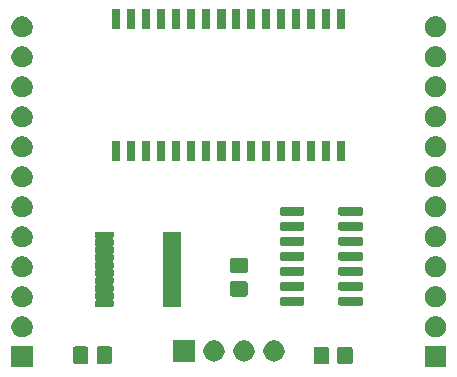
<source format=gbr>
G04 #@! TF.GenerationSoftware,KiCad,Pcbnew,5.1.5+dfsg1-2build2*
G04 #@! TF.CreationDate,2022-07-16T15:57:28-04:00*
G04 #@! TF.ProjectId,coco2_3134_64k_static_ram_board,636f636f-325f-4333-9133-345f36346b5f,rev?*
G04 #@! TF.SameCoordinates,Original*
G04 #@! TF.FileFunction,Soldermask,Bot*
G04 #@! TF.FilePolarity,Negative*
%FSLAX46Y46*%
G04 Gerber Fmt 4.6, Leading zero omitted, Abs format (unit mm)*
G04 Created by KiCad (PCBNEW 5.1.5+dfsg1-2build2) date 2022-07-16 15:57:28*
%MOMM*%
%LPD*%
G04 APERTURE LIST*
%ADD10C,0.100000*%
G04 APERTURE END LIST*
D10*
G36*
X138401000Y-113401000D02*
G01*
X136599000Y-113401000D01*
X136599000Y-111599000D01*
X138401000Y-111599000D01*
X138401000Y-113401000D01*
G37*
G36*
X103401000Y-113401000D02*
G01*
X101599000Y-113401000D01*
X101599000Y-111599000D01*
X103401000Y-111599000D01*
X103401000Y-113401000D01*
G37*
G36*
X128316242Y-111653404D02*
G01*
X128353337Y-111664657D01*
X128387515Y-111682925D01*
X128417481Y-111707519D01*
X128442075Y-111737485D01*
X128460343Y-111771663D01*
X128471596Y-111808758D01*
X128476000Y-111853474D01*
X128476000Y-112946526D01*
X128471596Y-112991242D01*
X128460343Y-113028337D01*
X128442075Y-113062515D01*
X128417481Y-113092481D01*
X128387515Y-113117075D01*
X128353337Y-113135343D01*
X128316242Y-113146596D01*
X128271526Y-113151000D01*
X127378474Y-113151000D01*
X127333758Y-113146596D01*
X127296663Y-113135343D01*
X127262485Y-113117075D01*
X127232519Y-113092481D01*
X127207925Y-113062515D01*
X127189657Y-113028337D01*
X127178404Y-112991242D01*
X127174000Y-112946526D01*
X127174000Y-111853474D01*
X127178404Y-111808758D01*
X127189657Y-111771663D01*
X127207925Y-111737485D01*
X127232519Y-111707519D01*
X127262485Y-111682925D01*
X127296663Y-111664657D01*
X127333758Y-111653404D01*
X127378474Y-111649000D01*
X128271526Y-111649000D01*
X128316242Y-111653404D01*
G37*
G36*
X130316242Y-111653404D02*
G01*
X130353337Y-111664657D01*
X130387515Y-111682925D01*
X130417481Y-111707519D01*
X130442075Y-111737485D01*
X130460343Y-111771663D01*
X130471596Y-111808758D01*
X130476000Y-111853474D01*
X130476000Y-112946526D01*
X130471596Y-112991242D01*
X130460343Y-113028337D01*
X130442075Y-113062515D01*
X130417481Y-113092481D01*
X130387515Y-113117075D01*
X130353337Y-113135343D01*
X130316242Y-113146596D01*
X130271526Y-113151000D01*
X129378474Y-113151000D01*
X129333758Y-113146596D01*
X129296663Y-113135343D01*
X129262485Y-113117075D01*
X129232519Y-113092481D01*
X129207925Y-113062515D01*
X129189657Y-113028337D01*
X129178404Y-112991242D01*
X129174000Y-112946526D01*
X129174000Y-111853474D01*
X129178404Y-111808758D01*
X129189657Y-111771663D01*
X129207925Y-111737485D01*
X129232519Y-111707519D01*
X129262485Y-111682925D01*
X129296663Y-111664657D01*
X129333758Y-111653404D01*
X129378474Y-111649000D01*
X130271526Y-111649000D01*
X130316242Y-111653404D01*
G37*
G36*
X107941242Y-111628404D02*
G01*
X107978337Y-111639657D01*
X108012515Y-111657925D01*
X108042481Y-111682519D01*
X108067075Y-111712485D01*
X108085343Y-111746663D01*
X108096596Y-111783758D01*
X108101000Y-111828474D01*
X108101000Y-112921526D01*
X108096596Y-112966242D01*
X108085343Y-113003337D01*
X108067075Y-113037515D01*
X108042481Y-113067481D01*
X108012515Y-113092075D01*
X107978337Y-113110343D01*
X107941242Y-113121596D01*
X107896526Y-113126000D01*
X107003474Y-113126000D01*
X106958758Y-113121596D01*
X106921663Y-113110343D01*
X106887485Y-113092075D01*
X106857519Y-113067481D01*
X106832925Y-113037515D01*
X106814657Y-113003337D01*
X106803404Y-112966242D01*
X106799000Y-112921526D01*
X106799000Y-111828474D01*
X106803404Y-111783758D01*
X106814657Y-111746663D01*
X106832925Y-111712485D01*
X106857519Y-111682519D01*
X106887485Y-111657925D01*
X106921663Y-111639657D01*
X106958758Y-111628404D01*
X107003474Y-111624000D01*
X107896526Y-111624000D01*
X107941242Y-111628404D01*
G37*
G36*
X109941242Y-111628404D02*
G01*
X109978337Y-111639657D01*
X110012515Y-111657925D01*
X110042481Y-111682519D01*
X110067075Y-111712485D01*
X110085343Y-111746663D01*
X110096596Y-111783758D01*
X110101000Y-111828474D01*
X110101000Y-112921526D01*
X110096596Y-112966242D01*
X110085343Y-113003337D01*
X110067075Y-113037515D01*
X110042481Y-113067481D01*
X110012515Y-113092075D01*
X109978337Y-113110343D01*
X109941242Y-113121596D01*
X109896526Y-113126000D01*
X109003474Y-113126000D01*
X108958758Y-113121596D01*
X108921663Y-113110343D01*
X108887485Y-113092075D01*
X108857519Y-113067481D01*
X108832925Y-113037515D01*
X108814657Y-113003337D01*
X108803404Y-112966242D01*
X108799000Y-112921526D01*
X108799000Y-111828474D01*
X108803404Y-111783758D01*
X108814657Y-111746663D01*
X108832925Y-111712485D01*
X108857519Y-111682519D01*
X108887485Y-111657925D01*
X108921663Y-111639657D01*
X108958758Y-111628404D01*
X109003474Y-111624000D01*
X109896526Y-111624000D01*
X109941242Y-111628404D01*
G37*
G36*
X121393512Y-111103927D02*
G01*
X121542812Y-111133624D01*
X121706784Y-111201544D01*
X121854354Y-111300147D01*
X121979853Y-111425646D01*
X122078456Y-111573216D01*
X122146376Y-111737188D01*
X122169506Y-111853474D01*
X122177816Y-111895249D01*
X122181000Y-111911259D01*
X122181000Y-112088741D01*
X122146376Y-112262812D01*
X122078456Y-112426784D01*
X121979853Y-112574354D01*
X121854354Y-112699853D01*
X121706784Y-112798456D01*
X121542812Y-112866376D01*
X121393512Y-112896073D01*
X121368742Y-112901000D01*
X121191258Y-112901000D01*
X121166488Y-112896073D01*
X121017188Y-112866376D01*
X120853216Y-112798456D01*
X120705646Y-112699853D01*
X120580147Y-112574354D01*
X120481544Y-112426784D01*
X120413624Y-112262812D01*
X120379000Y-112088741D01*
X120379000Y-111911259D01*
X120382185Y-111895249D01*
X120390494Y-111853474D01*
X120413624Y-111737188D01*
X120481544Y-111573216D01*
X120580147Y-111425646D01*
X120705646Y-111300147D01*
X120853216Y-111201544D01*
X121017188Y-111133624D01*
X121166488Y-111103927D01*
X121191258Y-111099000D01*
X121368742Y-111099000D01*
X121393512Y-111103927D01*
G37*
G36*
X123933512Y-111103927D02*
G01*
X124082812Y-111133624D01*
X124246784Y-111201544D01*
X124394354Y-111300147D01*
X124519853Y-111425646D01*
X124618456Y-111573216D01*
X124686376Y-111737188D01*
X124709506Y-111853474D01*
X124717816Y-111895249D01*
X124721000Y-111911259D01*
X124721000Y-112088741D01*
X124686376Y-112262812D01*
X124618456Y-112426784D01*
X124519853Y-112574354D01*
X124394354Y-112699853D01*
X124246784Y-112798456D01*
X124082812Y-112866376D01*
X123933512Y-112896073D01*
X123908742Y-112901000D01*
X123731258Y-112901000D01*
X123706488Y-112896073D01*
X123557188Y-112866376D01*
X123393216Y-112798456D01*
X123245646Y-112699853D01*
X123120147Y-112574354D01*
X123021544Y-112426784D01*
X122953624Y-112262812D01*
X122919000Y-112088741D01*
X122919000Y-111911259D01*
X122922185Y-111895249D01*
X122930494Y-111853474D01*
X122953624Y-111737188D01*
X123021544Y-111573216D01*
X123120147Y-111425646D01*
X123245646Y-111300147D01*
X123393216Y-111201544D01*
X123557188Y-111133624D01*
X123706488Y-111103927D01*
X123731258Y-111099000D01*
X123908742Y-111099000D01*
X123933512Y-111103927D01*
G37*
G36*
X118853512Y-111103927D02*
G01*
X119002812Y-111133624D01*
X119166784Y-111201544D01*
X119314354Y-111300147D01*
X119439853Y-111425646D01*
X119538456Y-111573216D01*
X119606376Y-111737188D01*
X119629506Y-111853474D01*
X119637816Y-111895249D01*
X119641000Y-111911259D01*
X119641000Y-112088741D01*
X119606376Y-112262812D01*
X119538456Y-112426784D01*
X119439853Y-112574354D01*
X119314354Y-112699853D01*
X119166784Y-112798456D01*
X119002812Y-112866376D01*
X118853512Y-112896073D01*
X118828742Y-112901000D01*
X118651258Y-112901000D01*
X118626488Y-112896073D01*
X118477188Y-112866376D01*
X118313216Y-112798456D01*
X118165646Y-112699853D01*
X118040147Y-112574354D01*
X117941544Y-112426784D01*
X117873624Y-112262812D01*
X117839000Y-112088741D01*
X117839000Y-111911259D01*
X117842185Y-111895249D01*
X117850494Y-111853474D01*
X117873624Y-111737188D01*
X117941544Y-111573216D01*
X118040147Y-111425646D01*
X118165646Y-111300147D01*
X118313216Y-111201544D01*
X118477188Y-111133624D01*
X118626488Y-111103927D01*
X118651258Y-111099000D01*
X118828742Y-111099000D01*
X118853512Y-111103927D01*
G37*
G36*
X117101000Y-112901000D02*
G01*
X115299000Y-112901000D01*
X115299000Y-111099000D01*
X117101000Y-111099000D01*
X117101000Y-112901000D01*
G37*
G36*
X137613512Y-109063927D02*
G01*
X137762812Y-109093624D01*
X137926784Y-109161544D01*
X138074354Y-109260147D01*
X138199853Y-109385646D01*
X138298456Y-109533216D01*
X138366376Y-109697188D01*
X138401000Y-109871259D01*
X138401000Y-110048741D01*
X138366376Y-110222812D01*
X138298456Y-110386784D01*
X138199853Y-110534354D01*
X138074354Y-110659853D01*
X137926784Y-110758456D01*
X137762812Y-110826376D01*
X137613512Y-110856073D01*
X137588742Y-110861000D01*
X137411258Y-110861000D01*
X137386488Y-110856073D01*
X137237188Y-110826376D01*
X137073216Y-110758456D01*
X136925646Y-110659853D01*
X136800147Y-110534354D01*
X136701544Y-110386784D01*
X136633624Y-110222812D01*
X136599000Y-110048741D01*
X136599000Y-109871259D01*
X136633624Y-109697188D01*
X136701544Y-109533216D01*
X136800147Y-109385646D01*
X136925646Y-109260147D01*
X137073216Y-109161544D01*
X137237188Y-109093624D01*
X137386488Y-109063927D01*
X137411258Y-109059000D01*
X137588742Y-109059000D01*
X137613512Y-109063927D01*
G37*
G36*
X102613512Y-109063927D02*
G01*
X102762812Y-109093624D01*
X102926784Y-109161544D01*
X103074354Y-109260147D01*
X103199853Y-109385646D01*
X103298456Y-109533216D01*
X103366376Y-109697188D01*
X103401000Y-109871259D01*
X103401000Y-110048741D01*
X103366376Y-110222812D01*
X103298456Y-110386784D01*
X103199853Y-110534354D01*
X103074354Y-110659853D01*
X102926784Y-110758456D01*
X102762812Y-110826376D01*
X102613512Y-110856073D01*
X102588742Y-110861000D01*
X102411258Y-110861000D01*
X102386488Y-110856073D01*
X102237188Y-110826376D01*
X102073216Y-110758456D01*
X101925646Y-110659853D01*
X101800147Y-110534354D01*
X101701544Y-110386784D01*
X101633624Y-110222812D01*
X101599000Y-110048741D01*
X101599000Y-109871259D01*
X101633624Y-109697188D01*
X101701544Y-109533216D01*
X101800147Y-109385646D01*
X101925646Y-109260147D01*
X102073216Y-109161544D01*
X102237188Y-109093624D01*
X102386488Y-109063927D01*
X102411258Y-109059000D01*
X102588742Y-109059000D01*
X102613512Y-109063927D01*
G37*
G36*
X102609545Y-106523138D02*
G01*
X102762812Y-106553624D01*
X102926784Y-106621544D01*
X103074354Y-106720147D01*
X103199853Y-106845646D01*
X103298456Y-106993216D01*
X103366376Y-107157188D01*
X103396073Y-107306488D01*
X103401000Y-107331258D01*
X103401000Y-107508742D01*
X103397064Y-107528527D01*
X103366376Y-107682812D01*
X103298456Y-107846784D01*
X103199853Y-107994354D01*
X103074354Y-108119853D01*
X102926784Y-108218456D01*
X102762812Y-108286376D01*
X102613512Y-108316073D01*
X102588742Y-108321000D01*
X102411258Y-108321000D01*
X102386488Y-108316073D01*
X102237188Y-108286376D01*
X102073216Y-108218456D01*
X101925646Y-108119853D01*
X101800147Y-107994354D01*
X101701544Y-107846784D01*
X101633624Y-107682812D01*
X101602936Y-107528527D01*
X101599000Y-107508742D01*
X101599000Y-107331258D01*
X101603927Y-107306488D01*
X101633624Y-107157188D01*
X101701544Y-106993216D01*
X101800147Y-106845646D01*
X101925646Y-106720147D01*
X102073216Y-106621544D01*
X102237188Y-106553624D01*
X102390455Y-106523138D01*
X102411258Y-106519000D01*
X102588742Y-106519000D01*
X102609545Y-106523138D01*
G37*
G36*
X137609545Y-106523138D02*
G01*
X137762812Y-106553624D01*
X137926784Y-106621544D01*
X138074354Y-106720147D01*
X138199853Y-106845646D01*
X138298456Y-106993216D01*
X138366376Y-107157188D01*
X138396073Y-107306488D01*
X138401000Y-107331258D01*
X138401000Y-107508742D01*
X138397064Y-107528527D01*
X138366376Y-107682812D01*
X138298456Y-107846784D01*
X138199853Y-107994354D01*
X138074354Y-108119853D01*
X137926784Y-108218456D01*
X137762812Y-108286376D01*
X137613512Y-108316073D01*
X137588742Y-108321000D01*
X137411258Y-108321000D01*
X137386488Y-108316073D01*
X137237188Y-108286376D01*
X137073216Y-108218456D01*
X136925646Y-108119853D01*
X136800147Y-107994354D01*
X136701544Y-107846784D01*
X136633624Y-107682812D01*
X136602936Y-107528527D01*
X136599000Y-107508742D01*
X136599000Y-107331258D01*
X136603927Y-107306488D01*
X136633624Y-107157188D01*
X136701544Y-106993216D01*
X136800147Y-106845646D01*
X136925646Y-106720147D01*
X137073216Y-106621544D01*
X137237188Y-106553624D01*
X137390455Y-106523138D01*
X137411258Y-106519000D01*
X137588742Y-106519000D01*
X137609545Y-106523138D01*
G37*
G36*
X110192170Y-101905803D02*
G01*
X110203875Y-101909354D01*
X110214665Y-101915121D01*
X110224119Y-101922881D01*
X110231879Y-101932335D01*
X110237646Y-101943125D01*
X110241197Y-101954830D01*
X110243000Y-101973138D01*
X110243000Y-102336862D01*
X110241197Y-102355170D01*
X110237646Y-102366875D01*
X110231879Y-102377665D01*
X110220370Y-102391688D01*
X110211355Y-102400704D01*
X110197741Y-102421078D01*
X110188365Y-102443717D01*
X110183585Y-102467751D01*
X110183585Y-102492255D01*
X110188366Y-102516288D01*
X110197744Y-102538926D01*
X110211358Y-102559301D01*
X110220374Y-102568317D01*
X110231879Y-102582335D01*
X110237646Y-102593125D01*
X110241197Y-102604830D01*
X110243000Y-102623138D01*
X110243000Y-102986862D01*
X110241197Y-103005170D01*
X110237646Y-103016875D01*
X110231879Y-103027665D01*
X110220370Y-103041688D01*
X110211355Y-103050704D01*
X110197741Y-103071078D01*
X110188365Y-103093717D01*
X110183585Y-103117751D01*
X110183585Y-103142255D01*
X110188366Y-103166288D01*
X110197744Y-103188926D01*
X110211358Y-103209301D01*
X110220374Y-103218317D01*
X110231879Y-103232335D01*
X110237646Y-103243125D01*
X110241197Y-103254830D01*
X110243000Y-103273138D01*
X110243000Y-103636862D01*
X110241197Y-103655170D01*
X110237646Y-103666875D01*
X110231879Y-103677665D01*
X110220370Y-103691688D01*
X110211355Y-103700704D01*
X110197741Y-103721078D01*
X110188365Y-103743717D01*
X110183585Y-103767751D01*
X110183585Y-103792255D01*
X110188366Y-103816288D01*
X110197744Y-103838926D01*
X110211358Y-103859301D01*
X110220374Y-103868317D01*
X110231879Y-103882335D01*
X110237646Y-103893125D01*
X110241197Y-103904830D01*
X110243000Y-103923138D01*
X110243000Y-104286862D01*
X110241197Y-104305170D01*
X110237646Y-104316875D01*
X110231879Y-104327665D01*
X110220370Y-104341688D01*
X110211355Y-104350704D01*
X110197741Y-104371078D01*
X110188365Y-104393717D01*
X110183585Y-104417751D01*
X110183585Y-104442255D01*
X110188366Y-104466288D01*
X110197744Y-104488926D01*
X110211358Y-104509301D01*
X110220374Y-104518317D01*
X110231879Y-104532335D01*
X110237646Y-104543125D01*
X110241197Y-104554830D01*
X110243000Y-104573138D01*
X110243000Y-104936862D01*
X110241197Y-104955170D01*
X110237646Y-104966875D01*
X110231879Y-104977665D01*
X110220370Y-104991688D01*
X110211355Y-105000704D01*
X110197741Y-105021078D01*
X110188365Y-105043717D01*
X110183585Y-105067751D01*
X110183585Y-105092255D01*
X110188366Y-105116288D01*
X110197744Y-105138926D01*
X110211358Y-105159301D01*
X110220374Y-105168317D01*
X110231879Y-105182335D01*
X110237646Y-105193125D01*
X110241197Y-105204830D01*
X110243000Y-105223138D01*
X110243000Y-105586862D01*
X110241197Y-105605170D01*
X110237646Y-105616875D01*
X110231879Y-105627665D01*
X110220370Y-105641688D01*
X110211355Y-105650704D01*
X110197741Y-105671078D01*
X110188365Y-105693717D01*
X110183585Y-105717751D01*
X110183585Y-105742255D01*
X110188366Y-105766288D01*
X110197744Y-105788926D01*
X110211358Y-105809301D01*
X110220374Y-105818317D01*
X110231879Y-105832335D01*
X110237646Y-105843125D01*
X110241197Y-105854830D01*
X110243000Y-105873138D01*
X110243000Y-106236862D01*
X110241197Y-106255170D01*
X110237646Y-106266875D01*
X110231879Y-106277665D01*
X110220370Y-106291688D01*
X110211355Y-106300704D01*
X110197741Y-106321078D01*
X110188365Y-106343717D01*
X110183585Y-106367751D01*
X110183585Y-106392255D01*
X110188366Y-106416288D01*
X110197744Y-106438926D01*
X110211358Y-106459301D01*
X110220374Y-106468317D01*
X110231879Y-106482335D01*
X110237646Y-106493125D01*
X110241197Y-106504830D01*
X110243000Y-106523138D01*
X110243000Y-106886862D01*
X110241197Y-106905170D01*
X110237646Y-106916875D01*
X110231879Y-106927665D01*
X110220370Y-106941688D01*
X110211355Y-106950704D01*
X110197741Y-106971078D01*
X110188365Y-106993717D01*
X110183585Y-107017751D01*
X110183585Y-107042255D01*
X110188366Y-107066288D01*
X110197744Y-107088926D01*
X110211358Y-107109301D01*
X110220374Y-107118317D01*
X110231879Y-107132335D01*
X110237646Y-107143125D01*
X110241197Y-107154830D01*
X110243000Y-107173138D01*
X110243000Y-107536862D01*
X110241197Y-107555170D01*
X110237646Y-107566875D01*
X110231879Y-107577665D01*
X110220370Y-107591688D01*
X110211355Y-107600704D01*
X110197741Y-107621078D01*
X110188365Y-107643717D01*
X110183585Y-107667751D01*
X110183585Y-107692255D01*
X110188366Y-107716288D01*
X110197744Y-107738926D01*
X110211358Y-107759301D01*
X110220374Y-107768317D01*
X110231879Y-107782335D01*
X110237646Y-107793125D01*
X110241197Y-107804830D01*
X110243000Y-107823138D01*
X110243000Y-108186862D01*
X110241197Y-108205170D01*
X110237646Y-108216875D01*
X110231879Y-108227665D01*
X110224119Y-108237119D01*
X110214665Y-108244879D01*
X110203875Y-108250646D01*
X110192170Y-108254197D01*
X110173862Y-108256000D01*
X108735138Y-108256000D01*
X108716830Y-108254197D01*
X108705125Y-108250646D01*
X108694335Y-108244879D01*
X108684881Y-108237119D01*
X108677121Y-108227665D01*
X108671354Y-108216875D01*
X108667803Y-108205170D01*
X108666000Y-108186862D01*
X108666000Y-107823138D01*
X108667803Y-107804830D01*
X108671354Y-107793125D01*
X108677121Y-107782335D01*
X108688630Y-107768312D01*
X108697645Y-107759296D01*
X108711259Y-107738922D01*
X108720635Y-107716283D01*
X108725415Y-107692249D01*
X108725415Y-107667745D01*
X108720634Y-107643712D01*
X108711256Y-107621074D01*
X108697642Y-107600699D01*
X108688626Y-107591683D01*
X108677121Y-107577665D01*
X108671354Y-107566875D01*
X108667803Y-107555170D01*
X108666000Y-107536862D01*
X108666000Y-107173138D01*
X108667803Y-107154830D01*
X108671354Y-107143125D01*
X108677121Y-107132335D01*
X108688630Y-107118312D01*
X108697645Y-107109296D01*
X108711259Y-107088922D01*
X108720635Y-107066283D01*
X108725415Y-107042249D01*
X108725415Y-107017745D01*
X108720634Y-106993712D01*
X108711256Y-106971074D01*
X108697642Y-106950699D01*
X108688626Y-106941683D01*
X108677121Y-106927665D01*
X108671354Y-106916875D01*
X108667803Y-106905170D01*
X108666000Y-106886862D01*
X108666000Y-106523138D01*
X108667803Y-106504830D01*
X108671354Y-106493125D01*
X108677121Y-106482335D01*
X108688630Y-106468312D01*
X108697645Y-106459296D01*
X108711259Y-106438922D01*
X108720635Y-106416283D01*
X108725415Y-106392249D01*
X108725415Y-106367745D01*
X108720634Y-106343712D01*
X108711256Y-106321074D01*
X108697642Y-106300699D01*
X108688626Y-106291683D01*
X108677121Y-106277665D01*
X108671354Y-106266875D01*
X108667803Y-106255170D01*
X108666000Y-106236862D01*
X108666000Y-105873138D01*
X108667803Y-105854830D01*
X108671354Y-105843125D01*
X108677121Y-105832335D01*
X108688630Y-105818312D01*
X108697645Y-105809296D01*
X108711259Y-105788922D01*
X108720635Y-105766283D01*
X108725415Y-105742249D01*
X108725415Y-105717745D01*
X108720634Y-105693712D01*
X108711256Y-105671074D01*
X108697642Y-105650699D01*
X108688626Y-105641683D01*
X108677121Y-105627665D01*
X108671354Y-105616875D01*
X108667803Y-105605170D01*
X108666000Y-105586862D01*
X108666000Y-105223138D01*
X108667803Y-105204830D01*
X108671354Y-105193125D01*
X108677121Y-105182335D01*
X108688630Y-105168312D01*
X108697645Y-105159296D01*
X108711259Y-105138922D01*
X108720635Y-105116283D01*
X108725415Y-105092249D01*
X108725415Y-105067745D01*
X108720634Y-105043712D01*
X108711256Y-105021074D01*
X108697642Y-105000699D01*
X108688626Y-104991683D01*
X108677121Y-104977665D01*
X108671354Y-104966875D01*
X108667803Y-104955170D01*
X108666000Y-104936862D01*
X108666000Y-104573138D01*
X108667803Y-104554830D01*
X108671354Y-104543125D01*
X108677121Y-104532335D01*
X108688630Y-104518312D01*
X108697645Y-104509296D01*
X108711259Y-104488922D01*
X108720635Y-104466283D01*
X108725415Y-104442249D01*
X108725415Y-104417745D01*
X108720634Y-104393712D01*
X108711256Y-104371074D01*
X108697642Y-104350699D01*
X108688626Y-104341683D01*
X108677121Y-104327665D01*
X108671354Y-104316875D01*
X108667803Y-104305170D01*
X108666000Y-104286862D01*
X108666000Y-103923138D01*
X108667803Y-103904830D01*
X108671354Y-103893125D01*
X108677121Y-103882335D01*
X108688630Y-103868312D01*
X108697645Y-103859296D01*
X108711259Y-103838922D01*
X108720635Y-103816283D01*
X108725415Y-103792249D01*
X108725415Y-103767745D01*
X108720634Y-103743712D01*
X108711256Y-103721074D01*
X108697642Y-103700699D01*
X108688626Y-103691683D01*
X108677121Y-103677665D01*
X108671354Y-103666875D01*
X108667803Y-103655170D01*
X108666000Y-103636862D01*
X108666000Y-103273138D01*
X108667803Y-103254830D01*
X108671354Y-103243125D01*
X108677121Y-103232335D01*
X108688630Y-103218312D01*
X108697645Y-103209296D01*
X108711259Y-103188922D01*
X108720635Y-103166283D01*
X108725415Y-103142249D01*
X108725415Y-103117745D01*
X108720634Y-103093712D01*
X108711256Y-103071074D01*
X108697642Y-103050699D01*
X108688626Y-103041683D01*
X108677121Y-103027665D01*
X108671354Y-103016875D01*
X108667803Y-103005170D01*
X108666000Y-102986862D01*
X108666000Y-102623138D01*
X108667803Y-102604830D01*
X108671354Y-102593125D01*
X108677121Y-102582335D01*
X108688630Y-102568312D01*
X108697645Y-102559296D01*
X108711259Y-102538922D01*
X108720635Y-102516283D01*
X108725415Y-102492249D01*
X108725415Y-102467745D01*
X108720634Y-102443712D01*
X108711256Y-102421074D01*
X108697642Y-102400699D01*
X108688626Y-102391683D01*
X108677121Y-102377665D01*
X108671354Y-102366875D01*
X108667803Y-102355170D01*
X108666000Y-102336862D01*
X108666000Y-101973138D01*
X108667803Y-101954830D01*
X108671354Y-101943125D01*
X108677121Y-101932335D01*
X108684881Y-101922881D01*
X108694335Y-101915121D01*
X108705125Y-101909354D01*
X108716830Y-101905803D01*
X108735138Y-101904000D01*
X110173862Y-101904000D01*
X110192170Y-101905803D01*
G37*
G36*
X115917170Y-101905803D02*
G01*
X115928875Y-101909354D01*
X115939665Y-101915121D01*
X115949119Y-101922881D01*
X115956879Y-101932335D01*
X115962646Y-101943125D01*
X115966197Y-101954830D01*
X115968000Y-101973138D01*
X115968000Y-102336862D01*
X115966197Y-102355170D01*
X115962646Y-102366875D01*
X115956879Y-102377665D01*
X115945370Y-102391688D01*
X115936355Y-102400704D01*
X115922741Y-102421078D01*
X115913365Y-102443717D01*
X115908585Y-102467751D01*
X115908585Y-102492255D01*
X115913366Y-102516288D01*
X115922744Y-102538926D01*
X115936358Y-102559301D01*
X115945374Y-102568317D01*
X115956879Y-102582335D01*
X115962646Y-102593125D01*
X115966197Y-102604830D01*
X115968000Y-102623138D01*
X115968000Y-102986862D01*
X115966197Y-103005170D01*
X115962646Y-103016875D01*
X115956879Y-103027665D01*
X115945370Y-103041688D01*
X115936355Y-103050704D01*
X115922741Y-103071078D01*
X115913365Y-103093717D01*
X115908585Y-103117751D01*
X115908585Y-103142255D01*
X115913366Y-103166288D01*
X115922744Y-103188926D01*
X115936358Y-103209301D01*
X115945374Y-103218317D01*
X115956879Y-103232335D01*
X115962646Y-103243125D01*
X115966197Y-103254830D01*
X115968000Y-103273138D01*
X115968000Y-103636862D01*
X115966197Y-103655170D01*
X115962646Y-103666875D01*
X115956879Y-103677665D01*
X115945370Y-103691688D01*
X115936355Y-103700704D01*
X115922741Y-103721078D01*
X115913365Y-103743717D01*
X115908585Y-103767751D01*
X115908585Y-103792255D01*
X115913366Y-103816288D01*
X115922744Y-103838926D01*
X115936358Y-103859301D01*
X115945374Y-103868317D01*
X115956879Y-103882335D01*
X115962646Y-103893125D01*
X115966197Y-103904830D01*
X115968000Y-103923138D01*
X115968000Y-104286862D01*
X115966197Y-104305170D01*
X115962646Y-104316875D01*
X115956879Y-104327665D01*
X115945370Y-104341688D01*
X115936355Y-104350704D01*
X115922741Y-104371078D01*
X115913365Y-104393717D01*
X115908585Y-104417751D01*
X115908585Y-104442255D01*
X115913366Y-104466288D01*
X115922744Y-104488926D01*
X115936358Y-104509301D01*
X115945374Y-104518317D01*
X115956879Y-104532335D01*
X115962646Y-104543125D01*
X115966197Y-104554830D01*
X115968000Y-104573138D01*
X115968000Y-104936862D01*
X115966197Y-104955170D01*
X115962646Y-104966875D01*
X115956879Y-104977665D01*
X115945370Y-104991688D01*
X115936355Y-105000704D01*
X115922741Y-105021078D01*
X115913365Y-105043717D01*
X115908585Y-105067751D01*
X115908585Y-105092255D01*
X115913366Y-105116288D01*
X115922744Y-105138926D01*
X115936358Y-105159301D01*
X115945374Y-105168317D01*
X115956879Y-105182335D01*
X115962646Y-105193125D01*
X115966197Y-105204830D01*
X115968000Y-105223138D01*
X115968000Y-105586862D01*
X115966197Y-105605170D01*
X115962646Y-105616875D01*
X115956879Y-105627665D01*
X115945370Y-105641688D01*
X115936355Y-105650704D01*
X115922741Y-105671078D01*
X115913365Y-105693717D01*
X115908585Y-105717751D01*
X115908585Y-105742255D01*
X115913366Y-105766288D01*
X115922744Y-105788926D01*
X115936358Y-105809301D01*
X115945374Y-105818317D01*
X115956879Y-105832335D01*
X115962646Y-105843125D01*
X115966197Y-105854830D01*
X115968000Y-105873138D01*
X115968000Y-106236862D01*
X115966197Y-106255170D01*
X115962646Y-106266875D01*
X115956879Y-106277665D01*
X115945370Y-106291688D01*
X115936355Y-106300704D01*
X115922741Y-106321078D01*
X115913365Y-106343717D01*
X115908585Y-106367751D01*
X115908585Y-106392255D01*
X115913366Y-106416288D01*
X115922744Y-106438926D01*
X115936358Y-106459301D01*
X115945374Y-106468317D01*
X115956879Y-106482335D01*
X115962646Y-106493125D01*
X115966197Y-106504830D01*
X115968000Y-106523138D01*
X115968000Y-106886862D01*
X115966197Y-106905170D01*
X115962646Y-106916875D01*
X115956879Y-106927665D01*
X115945370Y-106941688D01*
X115936355Y-106950704D01*
X115922741Y-106971078D01*
X115913365Y-106993717D01*
X115908585Y-107017751D01*
X115908585Y-107042255D01*
X115913366Y-107066288D01*
X115922744Y-107088926D01*
X115936358Y-107109301D01*
X115945374Y-107118317D01*
X115956879Y-107132335D01*
X115962646Y-107143125D01*
X115966197Y-107154830D01*
X115968000Y-107173138D01*
X115968000Y-107536862D01*
X115966197Y-107555170D01*
X115962646Y-107566875D01*
X115956879Y-107577665D01*
X115945370Y-107591688D01*
X115936355Y-107600704D01*
X115922741Y-107621078D01*
X115913365Y-107643717D01*
X115908585Y-107667751D01*
X115908585Y-107692255D01*
X115913366Y-107716288D01*
X115922744Y-107738926D01*
X115936358Y-107759301D01*
X115945374Y-107768317D01*
X115956879Y-107782335D01*
X115962646Y-107793125D01*
X115966197Y-107804830D01*
X115968000Y-107823138D01*
X115968000Y-108186862D01*
X115966197Y-108205170D01*
X115962646Y-108216875D01*
X115956879Y-108227665D01*
X115949119Y-108237119D01*
X115939665Y-108244879D01*
X115928875Y-108250646D01*
X115917170Y-108254197D01*
X115898862Y-108256000D01*
X114460138Y-108256000D01*
X114441830Y-108254197D01*
X114430125Y-108250646D01*
X114419335Y-108244879D01*
X114409881Y-108237119D01*
X114402121Y-108227665D01*
X114396354Y-108216875D01*
X114392803Y-108205170D01*
X114391000Y-108186862D01*
X114391000Y-107823138D01*
X114392803Y-107804830D01*
X114396354Y-107793125D01*
X114402121Y-107782335D01*
X114413630Y-107768312D01*
X114422645Y-107759296D01*
X114436259Y-107738922D01*
X114445635Y-107716283D01*
X114450415Y-107692249D01*
X114450415Y-107667745D01*
X114445634Y-107643712D01*
X114436256Y-107621074D01*
X114422642Y-107600699D01*
X114413626Y-107591683D01*
X114402121Y-107577665D01*
X114396354Y-107566875D01*
X114392803Y-107555170D01*
X114391000Y-107536862D01*
X114391000Y-107173138D01*
X114392803Y-107154830D01*
X114396354Y-107143125D01*
X114402121Y-107132335D01*
X114413630Y-107118312D01*
X114422645Y-107109296D01*
X114436259Y-107088922D01*
X114445635Y-107066283D01*
X114450415Y-107042249D01*
X114450415Y-107017745D01*
X114445634Y-106993712D01*
X114436256Y-106971074D01*
X114422642Y-106950699D01*
X114413626Y-106941683D01*
X114402121Y-106927665D01*
X114396354Y-106916875D01*
X114392803Y-106905170D01*
X114391000Y-106886862D01*
X114391000Y-106523138D01*
X114392803Y-106504830D01*
X114396354Y-106493125D01*
X114402121Y-106482335D01*
X114413630Y-106468312D01*
X114422645Y-106459296D01*
X114436259Y-106438922D01*
X114445635Y-106416283D01*
X114450415Y-106392249D01*
X114450415Y-106367745D01*
X114445634Y-106343712D01*
X114436256Y-106321074D01*
X114422642Y-106300699D01*
X114413626Y-106291683D01*
X114402121Y-106277665D01*
X114396354Y-106266875D01*
X114392803Y-106255170D01*
X114391000Y-106236862D01*
X114391000Y-105873138D01*
X114392803Y-105854830D01*
X114396354Y-105843125D01*
X114402121Y-105832335D01*
X114413630Y-105818312D01*
X114422645Y-105809296D01*
X114436259Y-105788922D01*
X114445635Y-105766283D01*
X114450415Y-105742249D01*
X114450415Y-105717745D01*
X114445634Y-105693712D01*
X114436256Y-105671074D01*
X114422642Y-105650699D01*
X114413626Y-105641683D01*
X114402121Y-105627665D01*
X114396354Y-105616875D01*
X114392803Y-105605170D01*
X114391000Y-105586862D01*
X114391000Y-105223138D01*
X114392803Y-105204830D01*
X114396354Y-105193125D01*
X114402121Y-105182335D01*
X114413630Y-105168312D01*
X114422645Y-105159296D01*
X114436259Y-105138922D01*
X114445635Y-105116283D01*
X114450415Y-105092249D01*
X114450415Y-105067745D01*
X114445634Y-105043712D01*
X114436256Y-105021074D01*
X114422642Y-105000699D01*
X114413626Y-104991683D01*
X114402121Y-104977665D01*
X114396354Y-104966875D01*
X114392803Y-104955170D01*
X114391000Y-104936862D01*
X114391000Y-104573138D01*
X114392803Y-104554830D01*
X114396354Y-104543125D01*
X114402121Y-104532335D01*
X114413630Y-104518312D01*
X114422645Y-104509296D01*
X114436259Y-104488922D01*
X114445635Y-104466283D01*
X114450415Y-104442249D01*
X114450415Y-104417745D01*
X114445634Y-104393712D01*
X114436256Y-104371074D01*
X114422642Y-104350699D01*
X114413626Y-104341683D01*
X114402121Y-104327665D01*
X114396354Y-104316875D01*
X114392803Y-104305170D01*
X114391000Y-104286862D01*
X114391000Y-103923138D01*
X114392803Y-103904830D01*
X114396354Y-103893125D01*
X114402121Y-103882335D01*
X114413630Y-103868312D01*
X114422645Y-103859296D01*
X114436259Y-103838922D01*
X114445635Y-103816283D01*
X114450415Y-103792249D01*
X114450415Y-103767745D01*
X114445634Y-103743712D01*
X114436256Y-103721074D01*
X114422642Y-103700699D01*
X114413626Y-103691683D01*
X114402121Y-103677665D01*
X114396354Y-103666875D01*
X114392803Y-103655170D01*
X114391000Y-103636862D01*
X114391000Y-103273138D01*
X114392803Y-103254830D01*
X114396354Y-103243125D01*
X114402121Y-103232335D01*
X114413630Y-103218312D01*
X114422645Y-103209296D01*
X114436259Y-103188922D01*
X114445635Y-103166283D01*
X114450415Y-103142249D01*
X114450415Y-103117745D01*
X114445634Y-103093712D01*
X114436256Y-103071074D01*
X114422642Y-103050699D01*
X114413626Y-103041683D01*
X114402121Y-103027665D01*
X114396354Y-103016875D01*
X114392803Y-103005170D01*
X114391000Y-102986862D01*
X114391000Y-102623138D01*
X114392803Y-102604830D01*
X114396354Y-102593125D01*
X114402121Y-102582335D01*
X114413630Y-102568312D01*
X114422645Y-102559296D01*
X114436259Y-102538922D01*
X114445635Y-102516283D01*
X114450415Y-102492249D01*
X114450415Y-102467745D01*
X114445634Y-102443712D01*
X114436256Y-102421074D01*
X114422642Y-102400699D01*
X114413626Y-102391683D01*
X114402121Y-102377665D01*
X114396354Y-102366875D01*
X114392803Y-102355170D01*
X114391000Y-102336862D01*
X114391000Y-101973138D01*
X114392803Y-101954830D01*
X114396354Y-101943125D01*
X114402121Y-101932335D01*
X114409881Y-101922881D01*
X114419335Y-101915121D01*
X114430125Y-101909354D01*
X114441830Y-101905803D01*
X114460138Y-101904000D01*
X115898862Y-101904000D01*
X115917170Y-101905803D01*
G37*
G36*
X131242928Y-107461764D02*
G01*
X131264009Y-107468160D01*
X131283445Y-107478548D01*
X131300476Y-107492524D01*
X131314452Y-107509555D01*
X131324840Y-107528991D01*
X131331236Y-107550072D01*
X131334000Y-107578140D01*
X131334000Y-108041860D01*
X131331236Y-108069928D01*
X131324840Y-108091009D01*
X131314452Y-108110445D01*
X131300476Y-108127476D01*
X131283445Y-108141452D01*
X131264009Y-108151840D01*
X131242928Y-108158236D01*
X131214860Y-108161000D01*
X129401140Y-108161000D01*
X129373072Y-108158236D01*
X129351991Y-108151840D01*
X129332555Y-108141452D01*
X129315524Y-108127476D01*
X129301548Y-108110445D01*
X129291160Y-108091009D01*
X129284764Y-108069928D01*
X129282000Y-108041860D01*
X129282000Y-107578140D01*
X129284764Y-107550072D01*
X129291160Y-107528991D01*
X129301548Y-107509555D01*
X129315524Y-107492524D01*
X129332555Y-107478548D01*
X129351991Y-107468160D01*
X129373072Y-107461764D01*
X129401140Y-107459000D01*
X131214860Y-107459000D01*
X131242928Y-107461764D01*
G37*
G36*
X126292928Y-107461764D02*
G01*
X126314009Y-107468160D01*
X126333445Y-107478548D01*
X126350476Y-107492524D01*
X126364452Y-107509555D01*
X126374840Y-107528991D01*
X126381236Y-107550072D01*
X126384000Y-107578140D01*
X126384000Y-108041860D01*
X126381236Y-108069928D01*
X126374840Y-108091009D01*
X126364452Y-108110445D01*
X126350476Y-108127476D01*
X126333445Y-108141452D01*
X126314009Y-108151840D01*
X126292928Y-108158236D01*
X126264860Y-108161000D01*
X124451140Y-108161000D01*
X124423072Y-108158236D01*
X124401991Y-108151840D01*
X124382555Y-108141452D01*
X124365524Y-108127476D01*
X124351548Y-108110445D01*
X124341160Y-108091009D01*
X124334764Y-108069928D01*
X124332000Y-108041860D01*
X124332000Y-107578140D01*
X124334764Y-107550072D01*
X124341160Y-107528991D01*
X124351548Y-107509555D01*
X124365524Y-107492524D01*
X124382555Y-107478548D01*
X124401991Y-107468160D01*
X124423072Y-107461764D01*
X124451140Y-107459000D01*
X126264860Y-107459000D01*
X126292928Y-107461764D01*
G37*
G36*
X121441242Y-106103404D02*
G01*
X121478337Y-106114657D01*
X121512515Y-106132925D01*
X121542481Y-106157519D01*
X121567075Y-106187485D01*
X121585343Y-106221663D01*
X121596596Y-106258758D01*
X121601000Y-106303474D01*
X121601000Y-107196526D01*
X121596596Y-107241242D01*
X121585343Y-107278337D01*
X121567075Y-107312515D01*
X121542481Y-107342481D01*
X121512515Y-107367075D01*
X121478337Y-107385343D01*
X121441242Y-107396596D01*
X121396526Y-107401000D01*
X120303474Y-107401000D01*
X120258758Y-107396596D01*
X120221663Y-107385343D01*
X120187485Y-107367075D01*
X120157519Y-107342481D01*
X120132925Y-107312515D01*
X120114657Y-107278337D01*
X120103404Y-107241242D01*
X120099000Y-107196526D01*
X120099000Y-106303474D01*
X120103404Y-106258758D01*
X120114657Y-106221663D01*
X120132925Y-106187485D01*
X120157519Y-106157519D01*
X120187485Y-106132925D01*
X120221663Y-106114657D01*
X120258758Y-106103404D01*
X120303474Y-106099000D01*
X121396526Y-106099000D01*
X121441242Y-106103404D01*
G37*
G36*
X131242928Y-106191764D02*
G01*
X131264009Y-106198160D01*
X131283445Y-106208548D01*
X131300476Y-106222524D01*
X131314452Y-106239555D01*
X131324840Y-106258991D01*
X131331236Y-106280072D01*
X131334000Y-106308140D01*
X131334000Y-106771860D01*
X131331236Y-106799928D01*
X131324840Y-106821009D01*
X131314452Y-106840445D01*
X131300476Y-106857476D01*
X131283445Y-106871452D01*
X131264009Y-106881840D01*
X131242928Y-106888236D01*
X131214860Y-106891000D01*
X129401140Y-106891000D01*
X129373072Y-106888236D01*
X129351991Y-106881840D01*
X129332555Y-106871452D01*
X129315524Y-106857476D01*
X129301548Y-106840445D01*
X129291160Y-106821009D01*
X129284764Y-106799928D01*
X129282000Y-106771860D01*
X129282000Y-106308140D01*
X129284764Y-106280072D01*
X129291160Y-106258991D01*
X129301548Y-106239555D01*
X129315524Y-106222524D01*
X129332555Y-106208548D01*
X129351991Y-106198160D01*
X129373072Y-106191764D01*
X129401140Y-106189000D01*
X131214860Y-106189000D01*
X131242928Y-106191764D01*
G37*
G36*
X126292928Y-106191764D02*
G01*
X126314009Y-106198160D01*
X126333445Y-106208548D01*
X126350476Y-106222524D01*
X126364452Y-106239555D01*
X126374840Y-106258991D01*
X126381236Y-106280072D01*
X126384000Y-106308140D01*
X126384000Y-106771860D01*
X126381236Y-106799928D01*
X126374840Y-106821009D01*
X126364452Y-106840445D01*
X126350476Y-106857476D01*
X126333445Y-106871452D01*
X126314009Y-106881840D01*
X126292928Y-106888236D01*
X126264860Y-106891000D01*
X124451140Y-106891000D01*
X124423072Y-106888236D01*
X124401991Y-106881840D01*
X124382555Y-106871452D01*
X124365524Y-106857476D01*
X124351548Y-106840445D01*
X124341160Y-106821009D01*
X124334764Y-106799928D01*
X124332000Y-106771860D01*
X124332000Y-106308140D01*
X124334764Y-106280072D01*
X124341160Y-106258991D01*
X124351548Y-106239555D01*
X124365524Y-106222524D01*
X124382555Y-106208548D01*
X124401991Y-106198160D01*
X124423072Y-106191764D01*
X124451140Y-106189000D01*
X126264860Y-106189000D01*
X126292928Y-106191764D01*
G37*
G36*
X137613512Y-103983927D02*
G01*
X137762812Y-104013624D01*
X137926784Y-104081544D01*
X138074354Y-104180147D01*
X138199853Y-104305646D01*
X138298456Y-104453216D01*
X138366376Y-104617188D01*
X138396073Y-104766488D01*
X138401000Y-104791258D01*
X138401000Y-104968742D01*
X138399225Y-104977665D01*
X138366376Y-105142812D01*
X138298456Y-105306784D01*
X138199853Y-105454354D01*
X138074354Y-105579853D01*
X137926784Y-105678456D01*
X137762812Y-105746376D01*
X137613512Y-105776073D01*
X137588742Y-105781000D01*
X137411258Y-105781000D01*
X137386488Y-105776073D01*
X137237188Y-105746376D01*
X137073216Y-105678456D01*
X136925646Y-105579853D01*
X136800147Y-105454354D01*
X136701544Y-105306784D01*
X136633624Y-105142812D01*
X136600775Y-104977665D01*
X136599000Y-104968742D01*
X136599000Y-104791258D01*
X136603927Y-104766488D01*
X136633624Y-104617188D01*
X136701544Y-104453216D01*
X136800147Y-104305646D01*
X136925646Y-104180147D01*
X137073216Y-104081544D01*
X137237188Y-104013624D01*
X137386488Y-103983927D01*
X137411258Y-103979000D01*
X137588742Y-103979000D01*
X137613512Y-103983927D01*
G37*
G36*
X102613512Y-103983927D02*
G01*
X102762812Y-104013624D01*
X102926784Y-104081544D01*
X103074354Y-104180147D01*
X103199853Y-104305646D01*
X103298456Y-104453216D01*
X103366376Y-104617188D01*
X103396073Y-104766488D01*
X103401000Y-104791258D01*
X103401000Y-104968742D01*
X103399225Y-104977665D01*
X103366376Y-105142812D01*
X103298456Y-105306784D01*
X103199853Y-105454354D01*
X103074354Y-105579853D01*
X102926784Y-105678456D01*
X102762812Y-105746376D01*
X102613512Y-105776073D01*
X102588742Y-105781000D01*
X102411258Y-105781000D01*
X102386488Y-105776073D01*
X102237188Y-105746376D01*
X102073216Y-105678456D01*
X101925646Y-105579853D01*
X101800147Y-105454354D01*
X101701544Y-105306784D01*
X101633624Y-105142812D01*
X101600775Y-104977665D01*
X101599000Y-104968742D01*
X101599000Y-104791258D01*
X101603927Y-104766488D01*
X101633624Y-104617188D01*
X101701544Y-104453216D01*
X101800147Y-104305646D01*
X101925646Y-104180147D01*
X102073216Y-104081544D01*
X102237188Y-104013624D01*
X102386488Y-103983927D01*
X102411258Y-103979000D01*
X102588742Y-103979000D01*
X102613512Y-103983927D01*
G37*
G36*
X126292928Y-104921764D02*
G01*
X126314009Y-104928160D01*
X126333445Y-104938548D01*
X126350476Y-104952524D01*
X126364452Y-104969555D01*
X126374840Y-104988991D01*
X126381236Y-105010072D01*
X126384000Y-105038140D01*
X126384000Y-105501860D01*
X126381236Y-105529928D01*
X126374840Y-105551009D01*
X126364452Y-105570445D01*
X126350476Y-105587476D01*
X126333445Y-105601452D01*
X126314009Y-105611840D01*
X126292928Y-105618236D01*
X126264860Y-105621000D01*
X124451140Y-105621000D01*
X124423072Y-105618236D01*
X124401991Y-105611840D01*
X124382555Y-105601452D01*
X124365524Y-105587476D01*
X124351548Y-105570445D01*
X124341160Y-105551009D01*
X124334764Y-105529928D01*
X124332000Y-105501860D01*
X124332000Y-105038140D01*
X124334764Y-105010072D01*
X124341160Y-104988991D01*
X124351548Y-104969555D01*
X124365524Y-104952524D01*
X124382555Y-104938548D01*
X124401991Y-104928160D01*
X124423072Y-104921764D01*
X124451140Y-104919000D01*
X126264860Y-104919000D01*
X126292928Y-104921764D01*
G37*
G36*
X131242928Y-104921764D02*
G01*
X131264009Y-104928160D01*
X131283445Y-104938548D01*
X131300476Y-104952524D01*
X131314452Y-104969555D01*
X131324840Y-104988991D01*
X131331236Y-105010072D01*
X131334000Y-105038140D01*
X131334000Y-105501860D01*
X131331236Y-105529928D01*
X131324840Y-105551009D01*
X131314452Y-105570445D01*
X131300476Y-105587476D01*
X131283445Y-105601452D01*
X131264009Y-105611840D01*
X131242928Y-105618236D01*
X131214860Y-105621000D01*
X129401140Y-105621000D01*
X129373072Y-105618236D01*
X129351991Y-105611840D01*
X129332555Y-105601452D01*
X129315524Y-105587476D01*
X129301548Y-105570445D01*
X129291160Y-105551009D01*
X129284764Y-105529928D01*
X129282000Y-105501860D01*
X129282000Y-105038140D01*
X129284764Y-105010072D01*
X129291160Y-104988991D01*
X129301548Y-104969555D01*
X129315524Y-104952524D01*
X129332555Y-104938548D01*
X129351991Y-104928160D01*
X129373072Y-104921764D01*
X129401140Y-104919000D01*
X131214860Y-104919000D01*
X131242928Y-104921764D01*
G37*
G36*
X121441242Y-104103404D02*
G01*
X121478337Y-104114657D01*
X121512515Y-104132925D01*
X121542481Y-104157519D01*
X121567075Y-104187485D01*
X121585343Y-104221663D01*
X121596596Y-104258758D01*
X121601000Y-104303474D01*
X121601000Y-105196526D01*
X121596596Y-105241242D01*
X121585343Y-105278337D01*
X121567075Y-105312515D01*
X121542481Y-105342481D01*
X121512515Y-105367075D01*
X121478337Y-105385343D01*
X121441242Y-105396596D01*
X121396526Y-105401000D01*
X120303474Y-105401000D01*
X120258758Y-105396596D01*
X120221663Y-105385343D01*
X120187485Y-105367075D01*
X120157519Y-105342481D01*
X120132925Y-105312515D01*
X120114657Y-105278337D01*
X120103404Y-105241242D01*
X120099000Y-105196526D01*
X120099000Y-104303474D01*
X120103404Y-104258758D01*
X120114657Y-104221663D01*
X120132925Y-104187485D01*
X120157519Y-104157519D01*
X120187485Y-104132925D01*
X120221663Y-104114657D01*
X120258758Y-104103404D01*
X120303474Y-104099000D01*
X121396526Y-104099000D01*
X121441242Y-104103404D01*
G37*
G36*
X131242928Y-103651764D02*
G01*
X131264009Y-103658160D01*
X131283445Y-103668548D01*
X131300476Y-103682524D01*
X131314452Y-103699555D01*
X131324840Y-103718991D01*
X131331236Y-103740072D01*
X131334000Y-103768140D01*
X131334000Y-104231860D01*
X131331236Y-104259928D01*
X131324840Y-104281009D01*
X131314452Y-104300445D01*
X131300476Y-104317476D01*
X131283445Y-104331452D01*
X131264009Y-104341840D01*
X131242928Y-104348236D01*
X131214860Y-104351000D01*
X129401140Y-104351000D01*
X129373072Y-104348236D01*
X129351991Y-104341840D01*
X129332555Y-104331452D01*
X129315524Y-104317476D01*
X129301548Y-104300445D01*
X129291160Y-104281009D01*
X129284764Y-104259928D01*
X129282000Y-104231860D01*
X129282000Y-103768140D01*
X129284764Y-103740072D01*
X129291160Y-103718991D01*
X129301548Y-103699555D01*
X129315524Y-103682524D01*
X129332555Y-103668548D01*
X129351991Y-103658160D01*
X129373072Y-103651764D01*
X129401140Y-103649000D01*
X131214860Y-103649000D01*
X131242928Y-103651764D01*
G37*
G36*
X126292928Y-103651764D02*
G01*
X126314009Y-103658160D01*
X126333445Y-103668548D01*
X126350476Y-103682524D01*
X126364452Y-103699555D01*
X126374840Y-103718991D01*
X126381236Y-103740072D01*
X126384000Y-103768140D01*
X126384000Y-104231860D01*
X126381236Y-104259928D01*
X126374840Y-104281009D01*
X126364452Y-104300445D01*
X126350476Y-104317476D01*
X126333445Y-104331452D01*
X126314009Y-104341840D01*
X126292928Y-104348236D01*
X126264860Y-104351000D01*
X124451140Y-104351000D01*
X124423072Y-104348236D01*
X124401991Y-104341840D01*
X124382555Y-104331452D01*
X124365524Y-104317476D01*
X124351548Y-104300445D01*
X124341160Y-104281009D01*
X124334764Y-104259928D01*
X124332000Y-104231860D01*
X124332000Y-103768140D01*
X124334764Y-103740072D01*
X124341160Y-103718991D01*
X124351548Y-103699555D01*
X124365524Y-103682524D01*
X124382555Y-103668548D01*
X124401991Y-103658160D01*
X124423072Y-103651764D01*
X124451140Y-103649000D01*
X126264860Y-103649000D01*
X126292928Y-103651764D01*
G37*
G36*
X137613512Y-101443927D02*
G01*
X137762812Y-101473624D01*
X137926784Y-101541544D01*
X138074354Y-101640147D01*
X138199853Y-101765646D01*
X138298456Y-101913216D01*
X138366376Y-102077188D01*
X138396073Y-102226488D01*
X138401000Y-102251258D01*
X138401000Y-102428742D01*
X138398022Y-102443712D01*
X138366376Y-102602812D01*
X138298456Y-102766784D01*
X138199853Y-102914354D01*
X138074354Y-103039853D01*
X137926784Y-103138456D01*
X137762812Y-103206376D01*
X137613512Y-103236073D01*
X137588742Y-103241000D01*
X137411258Y-103241000D01*
X137386488Y-103236073D01*
X137237188Y-103206376D01*
X137073216Y-103138456D01*
X136925646Y-103039853D01*
X136800147Y-102914354D01*
X136701544Y-102766784D01*
X136633624Y-102602812D01*
X136601978Y-102443712D01*
X136599000Y-102428742D01*
X136599000Y-102251258D01*
X136603927Y-102226488D01*
X136633624Y-102077188D01*
X136701544Y-101913216D01*
X136800147Y-101765646D01*
X136925646Y-101640147D01*
X137073216Y-101541544D01*
X137237188Y-101473624D01*
X137386488Y-101443927D01*
X137411258Y-101439000D01*
X137588742Y-101439000D01*
X137613512Y-101443927D01*
G37*
G36*
X102613512Y-101443927D02*
G01*
X102762812Y-101473624D01*
X102926784Y-101541544D01*
X103074354Y-101640147D01*
X103199853Y-101765646D01*
X103298456Y-101913216D01*
X103366376Y-102077188D01*
X103396073Y-102226488D01*
X103401000Y-102251258D01*
X103401000Y-102428742D01*
X103398022Y-102443712D01*
X103366376Y-102602812D01*
X103298456Y-102766784D01*
X103199853Y-102914354D01*
X103074354Y-103039853D01*
X102926784Y-103138456D01*
X102762812Y-103206376D01*
X102613512Y-103236073D01*
X102588742Y-103241000D01*
X102411258Y-103241000D01*
X102386488Y-103236073D01*
X102237188Y-103206376D01*
X102073216Y-103138456D01*
X101925646Y-103039853D01*
X101800147Y-102914354D01*
X101701544Y-102766784D01*
X101633624Y-102602812D01*
X101601978Y-102443712D01*
X101599000Y-102428742D01*
X101599000Y-102251258D01*
X101603927Y-102226488D01*
X101633624Y-102077188D01*
X101701544Y-101913216D01*
X101800147Y-101765646D01*
X101925646Y-101640147D01*
X102073216Y-101541544D01*
X102237188Y-101473624D01*
X102386488Y-101443927D01*
X102411258Y-101439000D01*
X102588742Y-101439000D01*
X102613512Y-101443927D01*
G37*
G36*
X126292928Y-102381764D02*
G01*
X126314009Y-102388160D01*
X126333445Y-102398548D01*
X126350476Y-102412524D01*
X126364452Y-102429555D01*
X126374840Y-102448991D01*
X126381236Y-102470072D01*
X126384000Y-102498140D01*
X126384000Y-102961860D01*
X126381236Y-102989928D01*
X126374840Y-103011009D01*
X126364452Y-103030445D01*
X126350476Y-103047476D01*
X126333445Y-103061452D01*
X126314009Y-103071840D01*
X126292928Y-103078236D01*
X126264860Y-103081000D01*
X124451140Y-103081000D01*
X124423072Y-103078236D01*
X124401991Y-103071840D01*
X124382555Y-103061452D01*
X124365524Y-103047476D01*
X124351548Y-103030445D01*
X124341160Y-103011009D01*
X124334764Y-102989928D01*
X124332000Y-102961860D01*
X124332000Y-102498140D01*
X124334764Y-102470072D01*
X124341160Y-102448991D01*
X124351548Y-102429555D01*
X124365524Y-102412524D01*
X124382555Y-102398548D01*
X124401991Y-102388160D01*
X124423072Y-102381764D01*
X124451140Y-102379000D01*
X126264860Y-102379000D01*
X126292928Y-102381764D01*
G37*
G36*
X131242928Y-102381764D02*
G01*
X131264009Y-102388160D01*
X131283445Y-102398548D01*
X131300476Y-102412524D01*
X131314452Y-102429555D01*
X131324840Y-102448991D01*
X131331236Y-102470072D01*
X131334000Y-102498140D01*
X131334000Y-102961860D01*
X131331236Y-102989928D01*
X131324840Y-103011009D01*
X131314452Y-103030445D01*
X131300476Y-103047476D01*
X131283445Y-103061452D01*
X131264009Y-103071840D01*
X131242928Y-103078236D01*
X131214860Y-103081000D01*
X129401140Y-103081000D01*
X129373072Y-103078236D01*
X129351991Y-103071840D01*
X129332555Y-103061452D01*
X129315524Y-103047476D01*
X129301548Y-103030445D01*
X129291160Y-103011009D01*
X129284764Y-102989928D01*
X129282000Y-102961860D01*
X129282000Y-102498140D01*
X129284764Y-102470072D01*
X129291160Y-102448991D01*
X129301548Y-102429555D01*
X129315524Y-102412524D01*
X129332555Y-102398548D01*
X129351991Y-102388160D01*
X129373072Y-102381764D01*
X129401140Y-102379000D01*
X131214860Y-102379000D01*
X131242928Y-102381764D01*
G37*
G36*
X126292928Y-101111764D02*
G01*
X126314009Y-101118160D01*
X126333445Y-101128548D01*
X126350476Y-101142524D01*
X126364452Y-101159555D01*
X126374840Y-101178991D01*
X126381236Y-101200072D01*
X126384000Y-101228140D01*
X126384000Y-101691860D01*
X126381236Y-101719928D01*
X126374840Y-101741009D01*
X126364452Y-101760445D01*
X126350476Y-101777476D01*
X126333445Y-101791452D01*
X126314009Y-101801840D01*
X126292928Y-101808236D01*
X126264860Y-101811000D01*
X124451140Y-101811000D01*
X124423072Y-101808236D01*
X124401991Y-101801840D01*
X124382555Y-101791452D01*
X124365524Y-101777476D01*
X124351548Y-101760445D01*
X124341160Y-101741009D01*
X124334764Y-101719928D01*
X124332000Y-101691860D01*
X124332000Y-101228140D01*
X124334764Y-101200072D01*
X124341160Y-101178991D01*
X124351548Y-101159555D01*
X124365524Y-101142524D01*
X124382555Y-101128548D01*
X124401991Y-101118160D01*
X124423072Y-101111764D01*
X124451140Y-101109000D01*
X126264860Y-101109000D01*
X126292928Y-101111764D01*
G37*
G36*
X131242928Y-101111764D02*
G01*
X131264009Y-101118160D01*
X131283445Y-101128548D01*
X131300476Y-101142524D01*
X131314452Y-101159555D01*
X131324840Y-101178991D01*
X131331236Y-101200072D01*
X131334000Y-101228140D01*
X131334000Y-101691860D01*
X131331236Y-101719928D01*
X131324840Y-101741009D01*
X131314452Y-101760445D01*
X131300476Y-101777476D01*
X131283445Y-101791452D01*
X131264009Y-101801840D01*
X131242928Y-101808236D01*
X131214860Y-101811000D01*
X129401140Y-101811000D01*
X129373072Y-101808236D01*
X129351991Y-101801840D01*
X129332555Y-101791452D01*
X129315524Y-101777476D01*
X129301548Y-101760445D01*
X129291160Y-101741009D01*
X129284764Y-101719928D01*
X129282000Y-101691860D01*
X129282000Y-101228140D01*
X129284764Y-101200072D01*
X129291160Y-101178991D01*
X129301548Y-101159555D01*
X129315524Y-101142524D01*
X129332555Y-101128548D01*
X129351991Y-101118160D01*
X129373072Y-101111764D01*
X129401140Y-101109000D01*
X131214860Y-101109000D01*
X131242928Y-101111764D01*
G37*
G36*
X137613512Y-98903927D02*
G01*
X137762812Y-98933624D01*
X137926784Y-99001544D01*
X138074354Y-99100147D01*
X138199853Y-99225646D01*
X138298456Y-99373216D01*
X138366376Y-99537188D01*
X138396073Y-99686488D01*
X138401000Y-99711258D01*
X138401000Y-99888742D01*
X138396972Y-99908991D01*
X138366376Y-100062812D01*
X138298456Y-100226784D01*
X138199853Y-100374354D01*
X138074354Y-100499853D01*
X137926784Y-100598456D01*
X137762812Y-100666376D01*
X137613512Y-100696073D01*
X137588742Y-100701000D01*
X137411258Y-100701000D01*
X137386488Y-100696073D01*
X137237188Y-100666376D01*
X137073216Y-100598456D01*
X136925646Y-100499853D01*
X136800147Y-100374354D01*
X136701544Y-100226784D01*
X136633624Y-100062812D01*
X136603028Y-99908991D01*
X136599000Y-99888742D01*
X136599000Y-99711258D01*
X136603927Y-99686488D01*
X136633624Y-99537188D01*
X136701544Y-99373216D01*
X136800147Y-99225646D01*
X136925646Y-99100147D01*
X137073216Y-99001544D01*
X137237188Y-98933624D01*
X137386488Y-98903927D01*
X137411258Y-98899000D01*
X137588742Y-98899000D01*
X137613512Y-98903927D01*
G37*
G36*
X102613512Y-98903927D02*
G01*
X102762812Y-98933624D01*
X102926784Y-99001544D01*
X103074354Y-99100147D01*
X103199853Y-99225646D01*
X103298456Y-99373216D01*
X103366376Y-99537188D01*
X103396073Y-99686488D01*
X103401000Y-99711258D01*
X103401000Y-99888742D01*
X103396972Y-99908991D01*
X103366376Y-100062812D01*
X103298456Y-100226784D01*
X103199853Y-100374354D01*
X103074354Y-100499853D01*
X102926784Y-100598456D01*
X102762812Y-100666376D01*
X102613512Y-100696073D01*
X102588742Y-100701000D01*
X102411258Y-100701000D01*
X102386488Y-100696073D01*
X102237188Y-100666376D01*
X102073216Y-100598456D01*
X101925646Y-100499853D01*
X101800147Y-100374354D01*
X101701544Y-100226784D01*
X101633624Y-100062812D01*
X101603028Y-99908991D01*
X101599000Y-99888742D01*
X101599000Y-99711258D01*
X101603927Y-99686488D01*
X101633624Y-99537188D01*
X101701544Y-99373216D01*
X101800147Y-99225646D01*
X101925646Y-99100147D01*
X102073216Y-99001544D01*
X102237188Y-98933624D01*
X102386488Y-98903927D01*
X102411258Y-98899000D01*
X102588742Y-98899000D01*
X102613512Y-98903927D01*
G37*
G36*
X131242928Y-99841764D02*
G01*
X131264009Y-99848160D01*
X131283445Y-99858548D01*
X131300476Y-99872524D01*
X131314452Y-99889555D01*
X131324840Y-99908991D01*
X131331236Y-99930072D01*
X131334000Y-99958140D01*
X131334000Y-100421860D01*
X131331236Y-100449928D01*
X131324840Y-100471009D01*
X131314452Y-100490445D01*
X131300476Y-100507476D01*
X131283445Y-100521452D01*
X131264009Y-100531840D01*
X131242928Y-100538236D01*
X131214860Y-100541000D01*
X129401140Y-100541000D01*
X129373072Y-100538236D01*
X129351991Y-100531840D01*
X129332555Y-100521452D01*
X129315524Y-100507476D01*
X129301548Y-100490445D01*
X129291160Y-100471009D01*
X129284764Y-100449928D01*
X129282000Y-100421860D01*
X129282000Y-99958140D01*
X129284764Y-99930072D01*
X129291160Y-99908991D01*
X129301548Y-99889555D01*
X129315524Y-99872524D01*
X129332555Y-99858548D01*
X129351991Y-99848160D01*
X129373072Y-99841764D01*
X129401140Y-99839000D01*
X131214860Y-99839000D01*
X131242928Y-99841764D01*
G37*
G36*
X126292928Y-99841764D02*
G01*
X126314009Y-99848160D01*
X126333445Y-99858548D01*
X126350476Y-99872524D01*
X126364452Y-99889555D01*
X126374840Y-99908991D01*
X126381236Y-99930072D01*
X126384000Y-99958140D01*
X126384000Y-100421860D01*
X126381236Y-100449928D01*
X126374840Y-100471009D01*
X126364452Y-100490445D01*
X126350476Y-100507476D01*
X126333445Y-100521452D01*
X126314009Y-100531840D01*
X126292928Y-100538236D01*
X126264860Y-100541000D01*
X124451140Y-100541000D01*
X124423072Y-100538236D01*
X124401991Y-100531840D01*
X124382555Y-100521452D01*
X124365524Y-100507476D01*
X124351548Y-100490445D01*
X124341160Y-100471009D01*
X124334764Y-100449928D01*
X124332000Y-100421860D01*
X124332000Y-99958140D01*
X124334764Y-99930072D01*
X124341160Y-99908991D01*
X124351548Y-99889555D01*
X124365524Y-99872524D01*
X124382555Y-99858548D01*
X124401991Y-99848160D01*
X124423072Y-99841764D01*
X124451140Y-99839000D01*
X126264860Y-99839000D01*
X126292928Y-99841764D01*
G37*
G36*
X102613512Y-96363927D02*
G01*
X102762812Y-96393624D01*
X102926784Y-96461544D01*
X103074354Y-96560147D01*
X103199853Y-96685646D01*
X103298456Y-96833216D01*
X103366376Y-96997188D01*
X103401000Y-97171259D01*
X103401000Y-97348741D01*
X103366376Y-97522812D01*
X103298456Y-97686784D01*
X103199853Y-97834354D01*
X103074354Y-97959853D01*
X102926784Y-98058456D01*
X102762812Y-98126376D01*
X102613512Y-98156073D01*
X102588742Y-98161000D01*
X102411258Y-98161000D01*
X102386488Y-98156073D01*
X102237188Y-98126376D01*
X102073216Y-98058456D01*
X101925646Y-97959853D01*
X101800147Y-97834354D01*
X101701544Y-97686784D01*
X101633624Y-97522812D01*
X101599000Y-97348741D01*
X101599000Y-97171259D01*
X101633624Y-96997188D01*
X101701544Y-96833216D01*
X101800147Y-96685646D01*
X101925646Y-96560147D01*
X102073216Y-96461544D01*
X102237188Y-96393624D01*
X102386488Y-96363927D01*
X102411258Y-96359000D01*
X102588742Y-96359000D01*
X102613512Y-96363927D01*
G37*
G36*
X137613512Y-96363927D02*
G01*
X137762812Y-96393624D01*
X137926784Y-96461544D01*
X138074354Y-96560147D01*
X138199853Y-96685646D01*
X138298456Y-96833216D01*
X138366376Y-96997188D01*
X138401000Y-97171259D01*
X138401000Y-97348741D01*
X138366376Y-97522812D01*
X138298456Y-97686784D01*
X138199853Y-97834354D01*
X138074354Y-97959853D01*
X137926784Y-98058456D01*
X137762812Y-98126376D01*
X137613512Y-98156073D01*
X137588742Y-98161000D01*
X137411258Y-98161000D01*
X137386488Y-98156073D01*
X137237188Y-98126376D01*
X137073216Y-98058456D01*
X136925646Y-97959853D01*
X136800147Y-97834354D01*
X136701544Y-97686784D01*
X136633624Y-97522812D01*
X136599000Y-97348741D01*
X136599000Y-97171259D01*
X136633624Y-96997188D01*
X136701544Y-96833216D01*
X136800147Y-96685646D01*
X136925646Y-96560147D01*
X137073216Y-96461544D01*
X137237188Y-96393624D01*
X137386488Y-96363927D01*
X137411258Y-96359000D01*
X137588742Y-96359000D01*
X137613512Y-96363927D01*
G37*
G36*
X110826000Y-95951000D02*
G01*
X110124000Y-95951000D01*
X110124000Y-94249000D01*
X110826000Y-94249000D01*
X110826000Y-95951000D01*
G37*
G36*
X128606000Y-95951000D02*
G01*
X127904000Y-95951000D01*
X127904000Y-94249000D01*
X128606000Y-94249000D01*
X128606000Y-95951000D01*
G37*
G36*
X112096000Y-95951000D02*
G01*
X111394000Y-95951000D01*
X111394000Y-94249000D01*
X112096000Y-94249000D01*
X112096000Y-95951000D01*
G37*
G36*
X113366000Y-95951000D02*
G01*
X112664000Y-95951000D01*
X112664000Y-94249000D01*
X113366000Y-94249000D01*
X113366000Y-95951000D01*
G37*
G36*
X114636000Y-95951000D02*
G01*
X113934000Y-95951000D01*
X113934000Y-94249000D01*
X114636000Y-94249000D01*
X114636000Y-95951000D01*
G37*
G36*
X115906000Y-95951000D02*
G01*
X115204000Y-95951000D01*
X115204000Y-94249000D01*
X115906000Y-94249000D01*
X115906000Y-95951000D01*
G37*
G36*
X117176000Y-95951000D02*
G01*
X116474000Y-95951000D01*
X116474000Y-94249000D01*
X117176000Y-94249000D01*
X117176000Y-95951000D01*
G37*
G36*
X118446000Y-95951000D02*
G01*
X117744000Y-95951000D01*
X117744000Y-94249000D01*
X118446000Y-94249000D01*
X118446000Y-95951000D01*
G37*
G36*
X120976000Y-95951000D02*
G01*
X120274000Y-95951000D01*
X120274000Y-94249000D01*
X120976000Y-94249000D01*
X120976000Y-95951000D01*
G37*
G36*
X119726000Y-95951000D02*
G01*
X119024000Y-95951000D01*
X119024000Y-94249000D01*
X119726000Y-94249000D01*
X119726000Y-95951000D01*
G37*
G36*
X129876000Y-95951000D02*
G01*
X129174000Y-95951000D01*
X129174000Y-94249000D01*
X129876000Y-94249000D01*
X129876000Y-95951000D01*
G37*
G36*
X126066000Y-95951000D02*
G01*
X125364000Y-95951000D01*
X125364000Y-94249000D01*
X126066000Y-94249000D01*
X126066000Y-95951000D01*
G37*
G36*
X127336000Y-95951000D02*
G01*
X126634000Y-95951000D01*
X126634000Y-94249000D01*
X127336000Y-94249000D01*
X127336000Y-95951000D01*
G37*
G36*
X124796000Y-95951000D02*
G01*
X124094000Y-95951000D01*
X124094000Y-94249000D01*
X124796000Y-94249000D01*
X124796000Y-95951000D01*
G37*
G36*
X123526000Y-95951000D02*
G01*
X122824000Y-95951000D01*
X122824000Y-94249000D01*
X123526000Y-94249000D01*
X123526000Y-95951000D01*
G37*
G36*
X122256000Y-95951000D02*
G01*
X121554000Y-95951000D01*
X121554000Y-94249000D01*
X122256000Y-94249000D01*
X122256000Y-95951000D01*
G37*
G36*
X102613512Y-93823927D02*
G01*
X102762812Y-93853624D01*
X102926784Y-93921544D01*
X103074354Y-94020147D01*
X103199853Y-94145646D01*
X103298456Y-94293216D01*
X103366376Y-94457188D01*
X103401000Y-94631259D01*
X103401000Y-94808741D01*
X103366376Y-94982812D01*
X103298456Y-95146784D01*
X103199853Y-95294354D01*
X103074354Y-95419853D01*
X102926784Y-95518456D01*
X102762812Y-95586376D01*
X102613512Y-95616073D01*
X102588742Y-95621000D01*
X102411258Y-95621000D01*
X102386488Y-95616073D01*
X102237188Y-95586376D01*
X102073216Y-95518456D01*
X101925646Y-95419853D01*
X101800147Y-95294354D01*
X101701544Y-95146784D01*
X101633624Y-94982812D01*
X101599000Y-94808741D01*
X101599000Y-94631259D01*
X101633624Y-94457188D01*
X101701544Y-94293216D01*
X101800147Y-94145646D01*
X101925646Y-94020147D01*
X102073216Y-93921544D01*
X102237188Y-93853624D01*
X102386488Y-93823927D01*
X102411258Y-93819000D01*
X102588742Y-93819000D01*
X102613512Y-93823927D01*
G37*
G36*
X137613512Y-93823927D02*
G01*
X137762812Y-93853624D01*
X137926784Y-93921544D01*
X138074354Y-94020147D01*
X138199853Y-94145646D01*
X138298456Y-94293216D01*
X138366376Y-94457188D01*
X138401000Y-94631259D01*
X138401000Y-94808741D01*
X138366376Y-94982812D01*
X138298456Y-95146784D01*
X138199853Y-95294354D01*
X138074354Y-95419853D01*
X137926784Y-95518456D01*
X137762812Y-95586376D01*
X137613512Y-95616073D01*
X137588742Y-95621000D01*
X137411258Y-95621000D01*
X137386488Y-95616073D01*
X137237188Y-95586376D01*
X137073216Y-95518456D01*
X136925646Y-95419853D01*
X136800147Y-95294354D01*
X136701544Y-95146784D01*
X136633624Y-94982812D01*
X136599000Y-94808741D01*
X136599000Y-94631259D01*
X136633624Y-94457188D01*
X136701544Y-94293216D01*
X136800147Y-94145646D01*
X136925646Y-94020147D01*
X137073216Y-93921544D01*
X137237188Y-93853624D01*
X137386488Y-93823927D01*
X137411258Y-93819000D01*
X137588742Y-93819000D01*
X137613512Y-93823927D01*
G37*
G36*
X102613512Y-91283927D02*
G01*
X102762812Y-91313624D01*
X102926784Y-91381544D01*
X103074354Y-91480147D01*
X103199853Y-91605646D01*
X103298456Y-91753216D01*
X103366376Y-91917188D01*
X103401000Y-92091259D01*
X103401000Y-92268741D01*
X103366376Y-92442812D01*
X103298456Y-92606784D01*
X103199853Y-92754354D01*
X103074354Y-92879853D01*
X102926784Y-92978456D01*
X102762812Y-93046376D01*
X102613512Y-93076073D01*
X102588742Y-93081000D01*
X102411258Y-93081000D01*
X102386488Y-93076073D01*
X102237188Y-93046376D01*
X102073216Y-92978456D01*
X101925646Y-92879853D01*
X101800147Y-92754354D01*
X101701544Y-92606784D01*
X101633624Y-92442812D01*
X101599000Y-92268741D01*
X101599000Y-92091259D01*
X101633624Y-91917188D01*
X101701544Y-91753216D01*
X101800147Y-91605646D01*
X101925646Y-91480147D01*
X102073216Y-91381544D01*
X102237188Y-91313624D01*
X102386488Y-91283927D01*
X102411258Y-91279000D01*
X102588742Y-91279000D01*
X102613512Y-91283927D01*
G37*
G36*
X137613512Y-91283927D02*
G01*
X137762812Y-91313624D01*
X137926784Y-91381544D01*
X138074354Y-91480147D01*
X138199853Y-91605646D01*
X138298456Y-91753216D01*
X138366376Y-91917188D01*
X138401000Y-92091259D01*
X138401000Y-92268741D01*
X138366376Y-92442812D01*
X138298456Y-92606784D01*
X138199853Y-92754354D01*
X138074354Y-92879853D01*
X137926784Y-92978456D01*
X137762812Y-93046376D01*
X137613512Y-93076073D01*
X137588742Y-93081000D01*
X137411258Y-93081000D01*
X137386488Y-93076073D01*
X137237188Y-93046376D01*
X137073216Y-92978456D01*
X136925646Y-92879853D01*
X136800147Y-92754354D01*
X136701544Y-92606784D01*
X136633624Y-92442812D01*
X136599000Y-92268741D01*
X136599000Y-92091259D01*
X136633624Y-91917188D01*
X136701544Y-91753216D01*
X136800147Y-91605646D01*
X136925646Y-91480147D01*
X137073216Y-91381544D01*
X137237188Y-91313624D01*
X137386488Y-91283927D01*
X137411258Y-91279000D01*
X137588742Y-91279000D01*
X137613512Y-91283927D01*
G37*
G36*
X137613512Y-88743927D02*
G01*
X137762812Y-88773624D01*
X137926784Y-88841544D01*
X138074354Y-88940147D01*
X138199853Y-89065646D01*
X138298456Y-89213216D01*
X138366376Y-89377188D01*
X138401000Y-89551259D01*
X138401000Y-89728741D01*
X138366376Y-89902812D01*
X138298456Y-90066784D01*
X138199853Y-90214354D01*
X138074354Y-90339853D01*
X137926784Y-90438456D01*
X137762812Y-90506376D01*
X137613512Y-90536073D01*
X137588742Y-90541000D01*
X137411258Y-90541000D01*
X137386488Y-90536073D01*
X137237188Y-90506376D01*
X137073216Y-90438456D01*
X136925646Y-90339853D01*
X136800147Y-90214354D01*
X136701544Y-90066784D01*
X136633624Y-89902812D01*
X136599000Y-89728741D01*
X136599000Y-89551259D01*
X136633624Y-89377188D01*
X136701544Y-89213216D01*
X136800147Y-89065646D01*
X136925646Y-88940147D01*
X137073216Y-88841544D01*
X137237188Y-88773624D01*
X137386488Y-88743927D01*
X137411258Y-88739000D01*
X137588742Y-88739000D01*
X137613512Y-88743927D01*
G37*
G36*
X102613512Y-88743927D02*
G01*
X102762812Y-88773624D01*
X102926784Y-88841544D01*
X103074354Y-88940147D01*
X103199853Y-89065646D01*
X103298456Y-89213216D01*
X103366376Y-89377188D01*
X103401000Y-89551259D01*
X103401000Y-89728741D01*
X103366376Y-89902812D01*
X103298456Y-90066784D01*
X103199853Y-90214354D01*
X103074354Y-90339853D01*
X102926784Y-90438456D01*
X102762812Y-90506376D01*
X102613512Y-90536073D01*
X102588742Y-90541000D01*
X102411258Y-90541000D01*
X102386488Y-90536073D01*
X102237188Y-90506376D01*
X102073216Y-90438456D01*
X101925646Y-90339853D01*
X101800147Y-90214354D01*
X101701544Y-90066784D01*
X101633624Y-89902812D01*
X101599000Y-89728741D01*
X101599000Y-89551259D01*
X101633624Y-89377188D01*
X101701544Y-89213216D01*
X101800147Y-89065646D01*
X101925646Y-88940147D01*
X102073216Y-88841544D01*
X102237188Y-88773624D01*
X102386488Y-88743927D01*
X102411258Y-88739000D01*
X102588742Y-88739000D01*
X102613512Y-88743927D01*
G37*
G36*
X137613512Y-86203927D02*
G01*
X137762812Y-86233624D01*
X137926784Y-86301544D01*
X138074354Y-86400147D01*
X138199853Y-86525646D01*
X138298456Y-86673216D01*
X138366376Y-86837188D01*
X138401000Y-87011259D01*
X138401000Y-87188741D01*
X138366376Y-87362812D01*
X138298456Y-87526784D01*
X138199853Y-87674354D01*
X138074354Y-87799853D01*
X137926784Y-87898456D01*
X137762812Y-87966376D01*
X137613512Y-87996073D01*
X137588742Y-88001000D01*
X137411258Y-88001000D01*
X137386488Y-87996073D01*
X137237188Y-87966376D01*
X137073216Y-87898456D01*
X136925646Y-87799853D01*
X136800147Y-87674354D01*
X136701544Y-87526784D01*
X136633624Y-87362812D01*
X136599000Y-87188741D01*
X136599000Y-87011259D01*
X136633624Y-86837188D01*
X136701544Y-86673216D01*
X136800147Y-86525646D01*
X136925646Y-86400147D01*
X137073216Y-86301544D01*
X137237188Y-86233624D01*
X137386488Y-86203927D01*
X137411258Y-86199000D01*
X137588742Y-86199000D01*
X137613512Y-86203927D01*
G37*
G36*
X102613512Y-86203927D02*
G01*
X102762812Y-86233624D01*
X102926784Y-86301544D01*
X103074354Y-86400147D01*
X103199853Y-86525646D01*
X103298456Y-86673216D01*
X103366376Y-86837188D01*
X103401000Y-87011259D01*
X103401000Y-87188741D01*
X103366376Y-87362812D01*
X103298456Y-87526784D01*
X103199853Y-87674354D01*
X103074354Y-87799853D01*
X102926784Y-87898456D01*
X102762812Y-87966376D01*
X102613512Y-87996073D01*
X102588742Y-88001000D01*
X102411258Y-88001000D01*
X102386488Y-87996073D01*
X102237188Y-87966376D01*
X102073216Y-87898456D01*
X101925646Y-87799853D01*
X101800147Y-87674354D01*
X101701544Y-87526784D01*
X101633624Y-87362812D01*
X101599000Y-87188741D01*
X101599000Y-87011259D01*
X101633624Y-86837188D01*
X101701544Y-86673216D01*
X101800147Y-86525646D01*
X101925646Y-86400147D01*
X102073216Y-86301544D01*
X102237188Y-86233624D01*
X102386488Y-86203927D01*
X102411258Y-86199000D01*
X102588742Y-86199000D01*
X102613512Y-86203927D01*
G37*
G36*
X137613512Y-83663927D02*
G01*
X137762812Y-83693624D01*
X137926784Y-83761544D01*
X138074354Y-83860147D01*
X138199853Y-83985646D01*
X138298456Y-84133216D01*
X138366376Y-84297188D01*
X138401000Y-84471259D01*
X138401000Y-84648741D01*
X138366376Y-84822812D01*
X138298456Y-84986784D01*
X138199853Y-85134354D01*
X138074354Y-85259853D01*
X137926784Y-85358456D01*
X137762812Y-85426376D01*
X137613512Y-85456073D01*
X137588742Y-85461000D01*
X137411258Y-85461000D01*
X137386488Y-85456073D01*
X137237188Y-85426376D01*
X137073216Y-85358456D01*
X136925646Y-85259853D01*
X136800147Y-85134354D01*
X136701544Y-84986784D01*
X136633624Y-84822812D01*
X136599000Y-84648741D01*
X136599000Y-84471259D01*
X136633624Y-84297188D01*
X136701544Y-84133216D01*
X136800147Y-83985646D01*
X136925646Y-83860147D01*
X137073216Y-83761544D01*
X137237188Y-83693624D01*
X137386488Y-83663927D01*
X137411258Y-83659000D01*
X137588742Y-83659000D01*
X137613512Y-83663927D01*
G37*
G36*
X102613512Y-83663927D02*
G01*
X102762812Y-83693624D01*
X102926784Y-83761544D01*
X103074354Y-83860147D01*
X103199853Y-83985646D01*
X103298456Y-84133216D01*
X103366376Y-84297188D01*
X103401000Y-84471259D01*
X103401000Y-84648741D01*
X103366376Y-84822812D01*
X103298456Y-84986784D01*
X103199853Y-85134354D01*
X103074354Y-85259853D01*
X102926784Y-85358456D01*
X102762812Y-85426376D01*
X102613512Y-85456073D01*
X102588742Y-85461000D01*
X102411258Y-85461000D01*
X102386488Y-85456073D01*
X102237188Y-85426376D01*
X102073216Y-85358456D01*
X101925646Y-85259853D01*
X101800147Y-85134354D01*
X101701544Y-84986784D01*
X101633624Y-84822812D01*
X101599000Y-84648741D01*
X101599000Y-84471259D01*
X101633624Y-84297188D01*
X101701544Y-84133216D01*
X101800147Y-83985646D01*
X101925646Y-83860147D01*
X102073216Y-83761544D01*
X102237188Y-83693624D01*
X102386488Y-83663927D01*
X102411258Y-83659000D01*
X102588742Y-83659000D01*
X102613512Y-83663927D01*
G37*
G36*
X118446000Y-84751000D02*
G01*
X117744000Y-84751000D01*
X117744000Y-83049000D01*
X118446000Y-83049000D01*
X118446000Y-84751000D01*
G37*
G36*
X127336000Y-84751000D02*
G01*
X126634000Y-84751000D01*
X126634000Y-83049000D01*
X127336000Y-83049000D01*
X127336000Y-84751000D01*
G37*
G36*
X129876000Y-84751000D02*
G01*
X129174000Y-84751000D01*
X129174000Y-83049000D01*
X129876000Y-83049000D01*
X129876000Y-84751000D01*
G37*
G36*
X126066000Y-84751000D02*
G01*
X125364000Y-84751000D01*
X125364000Y-83049000D01*
X126066000Y-83049000D01*
X126066000Y-84751000D01*
G37*
G36*
X124796000Y-84751000D02*
G01*
X124094000Y-84751000D01*
X124094000Y-83049000D01*
X124796000Y-83049000D01*
X124796000Y-84751000D01*
G37*
G36*
X123526000Y-84751000D02*
G01*
X122824000Y-84751000D01*
X122824000Y-83049000D01*
X123526000Y-83049000D01*
X123526000Y-84751000D01*
G37*
G36*
X122256000Y-84751000D02*
G01*
X121554000Y-84751000D01*
X121554000Y-83049000D01*
X122256000Y-83049000D01*
X122256000Y-84751000D01*
G37*
G36*
X120976000Y-84751000D02*
G01*
X120274000Y-84751000D01*
X120274000Y-83049000D01*
X120976000Y-83049000D01*
X120976000Y-84751000D01*
G37*
G36*
X119726000Y-84751000D02*
G01*
X119024000Y-84751000D01*
X119024000Y-83049000D01*
X119726000Y-83049000D01*
X119726000Y-84751000D01*
G37*
G36*
X117176000Y-84751000D02*
G01*
X116474000Y-84751000D01*
X116474000Y-83049000D01*
X117176000Y-83049000D01*
X117176000Y-84751000D01*
G37*
G36*
X115906000Y-84751000D02*
G01*
X115204000Y-84751000D01*
X115204000Y-83049000D01*
X115906000Y-83049000D01*
X115906000Y-84751000D01*
G37*
G36*
X114636000Y-84751000D02*
G01*
X113934000Y-84751000D01*
X113934000Y-83049000D01*
X114636000Y-83049000D01*
X114636000Y-84751000D01*
G37*
G36*
X113366000Y-84751000D02*
G01*
X112664000Y-84751000D01*
X112664000Y-83049000D01*
X113366000Y-83049000D01*
X113366000Y-84751000D01*
G37*
G36*
X112096000Y-84751000D02*
G01*
X111394000Y-84751000D01*
X111394000Y-83049000D01*
X112096000Y-83049000D01*
X112096000Y-84751000D01*
G37*
G36*
X128606000Y-84751000D02*
G01*
X127904000Y-84751000D01*
X127904000Y-83049000D01*
X128606000Y-83049000D01*
X128606000Y-84751000D01*
G37*
G36*
X110826000Y-84751000D02*
G01*
X110124000Y-84751000D01*
X110124000Y-83049000D01*
X110826000Y-83049000D01*
X110826000Y-84751000D01*
G37*
M02*

</source>
